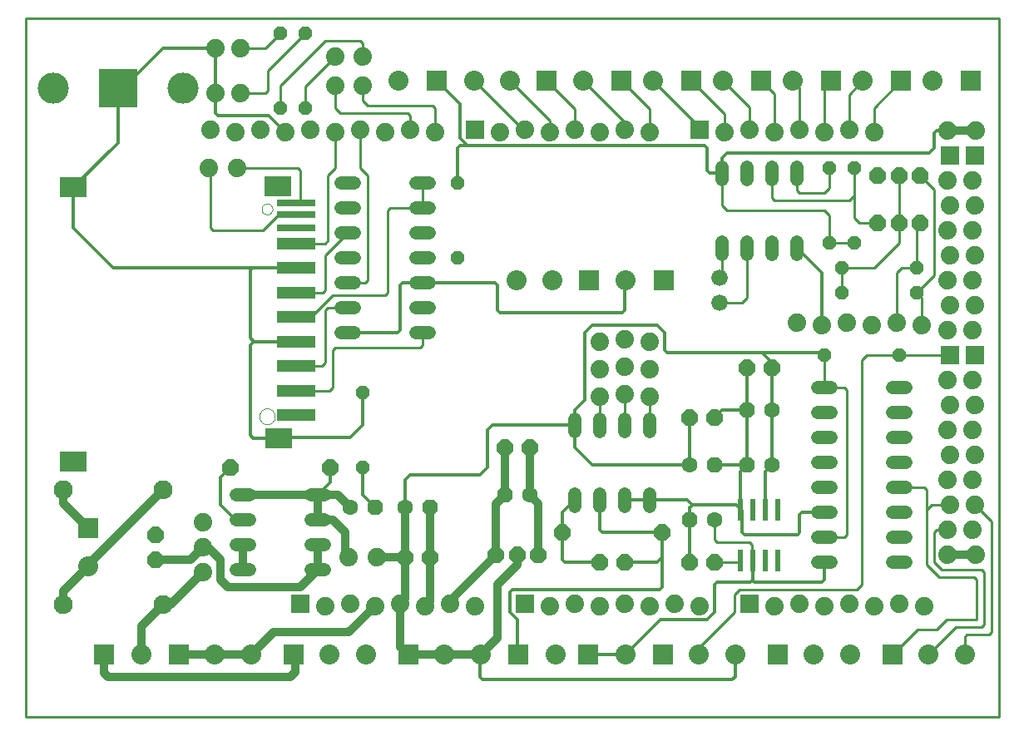
<source format=gtl>
G75*
G70*
%OFA0B0*%
%FSLAX24Y24*%
%IPPOS*%
%LPD*%
%AMOC8*
5,1,8,0,0,1.08239X$1,22.5*
%
%ADD10C,0.0100*%
%ADD11C,0.0740*%
%ADD12R,0.0740X0.0740*%
%ADD13R,0.1102X0.0787*%
%ADD14R,0.1575X0.0276*%
%ADD15R,0.1575X0.0472*%
%ADD16C,0.0000*%
%ADD17C,0.0520*%
%ADD18OC8,0.0520*%
%ADD19C,0.0660*%
%ADD20R,0.1560X0.1560*%
%ADD21C,0.1250*%
%ADD22R,0.0800X0.0800*%
%ADD23C,0.0800*%
%ADD24OC8,0.0660*%
%ADD25OC8,0.0630*%
%ADD26C,0.0630*%
%ADD27R,0.0240X0.0870*%
%ADD28C,0.0760*%
%ADD29C,0.0120*%
%ADD30C,0.0320*%
D10*
X000160Y000150D02*
X039160Y000150D01*
X039160Y028150D01*
X000160Y028150D01*
X000160Y000150D01*
X011014Y013233D02*
X012343Y013233D01*
X012460Y013350D01*
X012460Y014850D01*
X012560Y014950D01*
X015960Y014950D01*
X016060Y015050D01*
X016060Y015550D01*
X014560Y017050D02*
X014660Y017150D01*
X014660Y020450D01*
X014760Y020550D01*
X016060Y020550D01*
X016060Y021550D01*
X016560Y023600D02*
X016560Y024550D01*
X016460Y024650D01*
X013860Y024650D01*
X013660Y024850D01*
X013660Y025480D01*
X012560Y025480D02*
X012560Y024550D01*
X012760Y024350D01*
X015460Y024350D01*
X015560Y024250D01*
X015560Y023700D01*
X013560Y023700D02*
X013560Y022150D01*
X013860Y021850D01*
X013860Y017650D01*
X013760Y017550D01*
X013060Y017550D01*
X012460Y017050D02*
X014560Y017050D01*
X013060Y016550D02*
X012260Y016550D01*
X012160Y016450D01*
X012160Y014350D01*
X012028Y014218D01*
X011014Y014218D01*
X011014Y016186D02*
X011596Y016186D01*
X012460Y017050D01*
X012160Y017250D02*
X012060Y017150D01*
X011035Y017150D01*
X011014Y017170D01*
X012160Y017250D02*
X012160Y018650D01*
X013060Y019550D01*
X012260Y019250D02*
X012260Y021850D01*
X012560Y022150D01*
X012560Y023600D01*
X011360Y024550D02*
X011360Y025420D01*
X012560Y026620D01*
X012160Y027250D02*
X010360Y025450D01*
X010360Y024550D01*
X009760Y025150D02*
X008760Y025150D01*
X009760Y025150D02*
X009860Y025250D01*
X009860Y026050D01*
X011360Y027550D01*
X012160Y027250D02*
X013560Y027250D01*
X013660Y027150D01*
X013660Y026620D01*
X010360Y027550D02*
X009760Y026950D01*
X008760Y026950D01*
X008630Y022150D02*
X011060Y022150D01*
X011160Y022050D01*
X011160Y020899D01*
X011014Y020753D01*
X011014Y020281D02*
X010291Y020281D01*
X009660Y019650D01*
X007660Y019650D01*
X007560Y019750D01*
X007560Y022080D01*
X007490Y022150D01*
X011014Y019139D02*
X012149Y019139D01*
X012260Y019250D01*
X018134Y025650D02*
X020084Y023700D01*
X020160Y023700D01*
X021160Y023600D02*
X021160Y024072D01*
X019582Y025650D01*
X021030Y025650D02*
X022160Y024520D01*
X022160Y023700D01*
X022512Y025650D02*
X024160Y024002D01*
X024160Y023700D01*
X025160Y023600D02*
X025160Y024520D01*
X024030Y025650D01*
X025312Y025650D02*
X027160Y023802D01*
X027160Y023700D01*
X028160Y023600D02*
X028160Y024320D01*
X026830Y025650D01*
X028112Y025650D02*
X029160Y024602D01*
X029160Y023700D01*
X030160Y023600D02*
X030160Y025120D01*
X029630Y025650D01*
X030912Y025650D02*
X031160Y025402D01*
X031160Y023700D01*
X032160Y023600D02*
X032160Y025380D01*
X032430Y025650D01*
X033160Y025098D02*
X033712Y025650D01*
X033160Y025098D02*
X033160Y023700D01*
X034160Y023600D02*
X034160Y024580D01*
X035230Y025650D01*
X033360Y022150D02*
X033360Y021050D01*
X033360Y020150D01*
X033560Y019950D01*
X034310Y019950D01*
X035160Y019950D02*
X035160Y019150D01*
X034160Y018150D01*
X032860Y018150D01*
X032860Y017150D01*
X035060Y017950D02*
X035060Y015950D01*
X036060Y015850D02*
X036060Y016950D01*
X035860Y017150D01*
X036560Y017850D01*
X036560Y021300D01*
X036010Y021850D01*
X035160Y021850D02*
X035160Y019950D01*
X035860Y019800D02*
X036010Y019950D01*
X035860Y019800D02*
X035860Y018150D01*
X035260Y018150D01*
X035060Y017950D01*
X033360Y019150D02*
X032360Y019150D01*
X032360Y020250D01*
X032160Y020450D01*
X028260Y020450D01*
X028060Y020650D01*
X028060Y021950D01*
X030060Y021950D02*
X030060Y020950D01*
X030160Y020850D01*
X033160Y020850D01*
X033360Y021050D01*
X032360Y021350D02*
X032360Y022150D01*
X032360Y021350D02*
X032160Y021150D01*
X031160Y021150D01*
X031060Y021250D01*
X031060Y021950D01*
X029060Y018950D02*
X029060Y016950D01*
X028860Y016750D01*
X027960Y016750D01*
X027960Y017750D02*
X028060Y017850D01*
X028060Y018950D01*
X032160Y014650D02*
X032160Y013350D01*
X032960Y013350D01*
X033060Y013250D01*
X033060Y007450D01*
X032960Y007350D01*
X032160Y007350D01*
X031160Y007550D02*
X031060Y007450D01*
X029260Y007050D02*
X029260Y006470D01*
X029310Y006420D01*
X028810Y006420D02*
X028740Y006350D01*
X027760Y006350D01*
X027860Y007150D02*
X029160Y007150D01*
X029260Y007050D01*
X027860Y007150D02*
X027760Y007250D01*
X027760Y008050D01*
X028640Y008650D02*
X028810Y008480D01*
X028860Y008430D01*
X026860Y008650D02*
X026760Y008550D01*
X025160Y011850D02*
X025160Y013000D01*
X024160Y013100D02*
X024160Y011850D01*
X023160Y011850D02*
X023160Y013000D01*
X028760Y005250D02*
X033460Y005250D01*
X033660Y005450D01*
X033660Y014450D01*
X033860Y014650D01*
X035160Y014650D01*
X037210Y014650D01*
X036160Y009350D02*
X035160Y009350D01*
X036160Y009350D02*
X036260Y009250D01*
X036260Y008450D01*
X036260Y006250D01*
X036760Y005750D01*
X038160Y005750D01*
X038260Y005650D01*
X038260Y004050D01*
X037060Y004050D01*
X036660Y003650D01*
X035890Y003650D01*
X034890Y002650D01*
X036338Y002650D02*
X037438Y003750D01*
X038460Y003750D01*
X038560Y003850D01*
X038560Y005950D01*
X038460Y006050D01*
X036860Y006050D01*
X036560Y006350D01*
X036560Y007550D01*
X036660Y007650D01*
X037110Y007650D01*
X037160Y007650D01*
X036260Y008450D02*
X036460Y008650D01*
X037210Y008650D01*
X038210Y008650D02*
X038860Y008000D01*
X038860Y003550D01*
X038760Y003450D01*
X037860Y003450D01*
X037786Y003376D01*
X037786Y002650D01*
X028560Y004350D02*
X028560Y005050D01*
X028760Y005250D01*
X028560Y004350D02*
X027138Y002928D01*
X027138Y002650D01*
X019890Y002650D02*
X019860Y002680D01*
D11*
X021160Y004600D03*
X022160Y004700D03*
X023160Y004600D03*
X024160Y004700D03*
X025160Y004600D03*
X026160Y004700D03*
X027160Y004600D03*
X030160Y004600D03*
X031160Y004700D03*
X032160Y004600D03*
X033160Y004700D03*
X034160Y004600D03*
X035160Y004700D03*
X036160Y004600D03*
X037090Y006650D03*
X038230Y006650D03*
X038110Y007650D03*
X037110Y007650D03*
X037210Y008650D03*
X038210Y008650D03*
X038110Y009650D03*
X037110Y009650D03*
X037210Y010650D03*
X038210Y010650D03*
X038110Y011650D03*
X037110Y011650D03*
X037210Y012650D03*
X038210Y012650D03*
X038110Y013650D03*
X037110Y013650D03*
X037110Y015650D03*
X038110Y015650D03*
X038210Y016650D03*
X037210Y016650D03*
X036060Y015850D03*
X035060Y015950D03*
X034060Y015850D03*
X033060Y015950D03*
X032060Y015850D03*
X031060Y015950D03*
X025160Y015200D03*
X024160Y015300D03*
X023160Y015200D03*
X023160Y014100D03*
X024160Y014200D03*
X025160Y014100D03*
X024160Y013100D03*
X023160Y013000D03*
X025160Y013000D03*
X018160Y004600D03*
X017160Y004700D03*
X016160Y004600D03*
X015160Y004700D03*
X014160Y004600D03*
X013160Y004700D03*
X012160Y004600D03*
X013090Y006550D03*
X014230Y006550D03*
X007260Y006950D03*
X007260Y005950D03*
X007260Y007950D03*
X007490Y022150D03*
X008630Y022150D03*
X008560Y023600D03*
X007560Y023700D03*
X007760Y025150D03*
X008760Y025150D03*
X009560Y023700D03*
X010560Y023600D03*
X011560Y023700D03*
X012560Y023600D03*
X013560Y023700D03*
X014560Y023600D03*
X015560Y023700D03*
X016560Y023600D03*
X019160Y023600D03*
X020160Y023700D03*
X021160Y023600D03*
X022160Y023700D03*
X023160Y023600D03*
X024160Y023700D03*
X025160Y023600D03*
X028160Y023600D03*
X029160Y023700D03*
X030160Y023600D03*
X031160Y023700D03*
X032160Y023600D03*
X033160Y023700D03*
X034160Y023600D03*
X037090Y023650D03*
X038230Y023650D03*
X038110Y021650D03*
X037110Y021650D03*
X037210Y020650D03*
X038210Y020650D03*
X038110Y019650D03*
X037110Y019650D03*
X037210Y018650D03*
X038210Y018650D03*
X038110Y017650D03*
X037110Y017650D03*
X013660Y025480D03*
X012560Y025480D03*
X012560Y026620D03*
X013660Y026620D03*
X008760Y026950D03*
X007760Y026950D03*
D12*
X018160Y023700D03*
X027160Y023700D03*
X037210Y022650D03*
X038210Y022650D03*
X038210Y014650D03*
X037210Y014650D03*
X029160Y004700D03*
X020160Y004700D03*
X011160Y004700D03*
D13*
X010306Y011344D03*
X002077Y010399D03*
X002077Y021383D03*
X010266Y021422D03*
D14*
X011014Y020753D03*
X011014Y020281D03*
X011014Y019769D03*
D15*
X011014Y019139D03*
X011014Y018155D03*
X011014Y017170D03*
X011014Y016186D03*
X011014Y015202D03*
X011014Y014218D03*
X011014Y013233D03*
X011014Y012249D03*
D16*
X009518Y012210D02*
X009520Y012245D01*
X009526Y012280D01*
X009536Y012314D01*
X009549Y012347D01*
X009566Y012378D01*
X009587Y012406D01*
X009610Y012433D01*
X009637Y012456D01*
X009665Y012477D01*
X009696Y012494D01*
X009729Y012507D01*
X009763Y012517D01*
X009798Y012523D01*
X009833Y012525D01*
X009868Y012523D01*
X009903Y012517D01*
X009937Y012507D01*
X009970Y012494D01*
X010001Y012477D01*
X010029Y012456D01*
X010056Y012433D01*
X010079Y012406D01*
X010100Y012378D01*
X010117Y012347D01*
X010130Y012314D01*
X010140Y012280D01*
X010146Y012245D01*
X010148Y012210D01*
X010146Y012175D01*
X010140Y012140D01*
X010130Y012106D01*
X010117Y012073D01*
X010100Y012042D01*
X010079Y012014D01*
X010056Y011987D01*
X010029Y011964D01*
X010001Y011943D01*
X009970Y011926D01*
X009937Y011913D01*
X009903Y011903D01*
X009868Y011897D01*
X009833Y011895D01*
X009798Y011897D01*
X009763Y011903D01*
X009729Y011913D01*
X009696Y011926D01*
X009665Y011943D01*
X009637Y011964D01*
X009610Y011987D01*
X009587Y012014D01*
X009566Y012042D01*
X009549Y012073D01*
X009536Y012106D01*
X009526Y012140D01*
X009520Y012175D01*
X009518Y012210D01*
X009616Y020517D02*
X009618Y020546D01*
X009624Y020574D01*
X009633Y020602D01*
X009646Y020628D01*
X009663Y020651D01*
X009682Y020673D01*
X009704Y020692D01*
X009729Y020707D01*
X009755Y020720D01*
X009783Y020728D01*
X009811Y020733D01*
X009840Y020734D01*
X009869Y020731D01*
X009897Y020724D01*
X009924Y020714D01*
X009950Y020700D01*
X009973Y020683D01*
X009994Y020663D01*
X010012Y020640D01*
X010027Y020615D01*
X010038Y020588D01*
X010046Y020560D01*
X010050Y020531D01*
X010050Y020503D01*
X010046Y020474D01*
X010038Y020446D01*
X010027Y020419D01*
X010012Y020394D01*
X009994Y020371D01*
X009973Y020351D01*
X009950Y020334D01*
X009924Y020320D01*
X009897Y020310D01*
X009869Y020303D01*
X009840Y020300D01*
X009811Y020301D01*
X009783Y020306D01*
X009755Y020314D01*
X009729Y020327D01*
X009704Y020342D01*
X009682Y020361D01*
X009663Y020383D01*
X009646Y020406D01*
X009633Y020432D01*
X009624Y020460D01*
X009618Y020488D01*
X009616Y020517D01*
D17*
X012800Y020550D02*
X013320Y020550D01*
X013320Y019550D02*
X012800Y019550D01*
X012800Y018550D02*
X013320Y018550D01*
X013320Y017550D02*
X012800Y017550D01*
X012800Y016550D02*
X013320Y016550D01*
X013320Y015550D02*
X012800Y015550D01*
X015800Y015550D02*
X016320Y015550D01*
X016320Y016550D02*
X015800Y016550D01*
X015800Y017550D02*
X016320Y017550D01*
X016320Y018550D02*
X015800Y018550D01*
X015800Y019550D02*
X016320Y019550D01*
X016320Y020550D02*
X015800Y020550D01*
X015800Y021550D02*
X016320Y021550D01*
X013320Y021550D02*
X012800Y021550D01*
X022160Y012110D02*
X022160Y011590D01*
X023160Y011590D02*
X023160Y012110D01*
X024160Y012110D02*
X024160Y011590D01*
X025160Y011590D02*
X025160Y012110D01*
X025160Y009110D02*
X025160Y008590D01*
X024160Y008590D02*
X024160Y009110D01*
X023160Y009110D02*
X023160Y008590D01*
X022160Y008590D02*
X022160Y009110D01*
X031900Y009350D02*
X032420Y009350D01*
X032420Y008350D02*
X031900Y008350D01*
X031900Y007350D02*
X032420Y007350D01*
X032420Y006350D02*
X031900Y006350D01*
X034900Y006350D02*
X035420Y006350D01*
X035420Y007350D02*
X034900Y007350D01*
X034900Y008350D02*
X035420Y008350D01*
X035420Y009350D02*
X034900Y009350D01*
X034900Y010350D02*
X035420Y010350D01*
X035420Y011350D02*
X034900Y011350D01*
X034900Y012350D02*
X035420Y012350D01*
X035420Y013350D02*
X034900Y013350D01*
X032420Y013350D02*
X031900Y013350D01*
X031900Y012350D02*
X032420Y012350D01*
X032420Y011350D02*
X031900Y011350D01*
X031900Y010350D02*
X032420Y010350D01*
X031060Y018690D02*
X031060Y019210D01*
X030060Y019210D02*
X030060Y018690D01*
X029060Y018690D02*
X029060Y019210D01*
X028060Y019210D02*
X028060Y018690D01*
X028060Y021690D02*
X028060Y022210D01*
X029060Y022210D02*
X029060Y021690D01*
X030060Y021690D02*
X030060Y022210D01*
X031060Y022210D02*
X031060Y021690D01*
X012120Y009050D02*
X011600Y009050D01*
X011600Y008050D02*
X012120Y008050D01*
X012120Y007050D02*
X011600Y007050D01*
X011600Y006050D02*
X012120Y006050D01*
X009120Y006050D02*
X008600Y006050D01*
X008600Y007050D02*
X009120Y007050D01*
X009120Y008050D02*
X008600Y008050D01*
X008600Y009050D02*
X009120Y009050D01*
D18*
X013660Y010150D03*
X013660Y013150D03*
X017460Y018550D03*
X017460Y021550D03*
X011360Y024550D03*
X010360Y024550D03*
X010360Y027550D03*
X011360Y027550D03*
X032360Y022150D03*
X033360Y022150D03*
X033360Y019150D03*
X032360Y019150D03*
X032860Y018150D03*
X032860Y017150D03*
X032160Y014650D03*
X035160Y014650D03*
X035860Y017150D03*
X035860Y018150D03*
D19*
X027960Y017750D03*
X027960Y016750D03*
D20*
X003860Y025350D03*
D21*
X001260Y025350D03*
X006460Y025350D03*
D22*
X016630Y025650D03*
X021030Y025650D03*
X024030Y025650D03*
X026830Y025650D03*
X029630Y025650D03*
X032430Y025650D03*
X035230Y025650D03*
X038030Y025650D03*
X025730Y017650D03*
X022730Y017650D03*
X022690Y002650D03*
X019890Y002650D03*
X015490Y002650D03*
X010890Y002650D03*
X006290Y002650D03*
X003290Y002650D03*
X002660Y007720D03*
X025690Y002650D03*
X030290Y002650D03*
X034890Y002650D03*
D23*
X036338Y002650D03*
X037786Y002650D03*
X033186Y002650D03*
X031738Y002650D03*
X028586Y002650D03*
X027138Y002650D03*
X024208Y002650D03*
X021408Y002650D03*
X018386Y002650D03*
X016938Y002650D03*
X013786Y002650D03*
X012338Y002650D03*
X009186Y002650D03*
X007738Y002650D03*
X004808Y002650D03*
X002660Y006202D03*
X019834Y017650D03*
X021282Y017650D03*
X024212Y017650D03*
X025312Y025650D03*
X022512Y025650D03*
X019582Y025650D03*
X018134Y025650D03*
X015112Y025650D03*
X028112Y025650D03*
X030912Y025650D03*
X033712Y025650D03*
X036512Y025650D03*
D24*
X036010Y021850D03*
X035160Y021850D03*
X034310Y021850D03*
X034310Y019950D03*
X035160Y019950D03*
X036010Y019950D03*
X030060Y014150D03*
X029060Y014150D03*
X027760Y012150D03*
X026760Y012150D03*
X025660Y007550D03*
X026760Y006350D03*
X027760Y006350D03*
X024160Y006350D03*
X023160Y006350D03*
X021660Y007550D03*
X020710Y006650D03*
X019860Y006650D03*
X019010Y006650D03*
X016360Y006550D03*
X015360Y006550D03*
X012360Y010150D03*
X008360Y010150D03*
X005360Y007450D03*
X005360Y006450D03*
X019360Y010950D03*
X020360Y010950D03*
D25*
X019360Y009050D03*
X016360Y008550D03*
X014160Y008550D03*
X026760Y008050D03*
X027760Y010250D03*
X029060Y010250D03*
X029060Y012450D03*
D26*
X030060Y012450D03*
X030060Y010250D03*
X027760Y008050D03*
X026760Y010250D03*
X020360Y009050D03*
X015360Y008550D03*
X013160Y008550D03*
D27*
X028810Y008480D03*
X029310Y008480D03*
X029810Y008480D03*
X030310Y008480D03*
X030310Y006420D03*
X029810Y006420D03*
X029310Y006420D03*
X028810Y006420D03*
D28*
X005660Y004650D03*
X001660Y004650D03*
X001660Y009250D03*
X005660Y009250D03*
D29*
X007960Y009750D02*
X007960Y008650D01*
X008560Y008050D01*
X008860Y008050D01*
X007960Y009750D02*
X008360Y010150D01*
X009266Y011344D02*
X009160Y011450D01*
X009160Y015054D01*
X009308Y015202D01*
X009160Y015350D01*
X009160Y018050D01*
X009260Y018150D01*
X011160Y018150D01*
X011155Y018155D01*
X011014Y018155D01*
X011010Y018150D01*
X003660Y018150D01*
X002060Y019750D01*
X002060Y021366D01*
X002077Y021383D01*
X003860Y023166D01*
X003860Y025150D01*
X005660Y026950D01*
X007760Y026950D01*
X007760Y025150D01*
X007760Y024350D01*
X007860Y024250D01*
X009910Y024250D01*
X010560Y023600D01*
X016630Y025650D02*
X017560Y024720D01*
X017560Y023350D01*
X017860Y023050D01*
X017560Y023050D01*
X017460Y022950D01*
X017460Y021550D01*
X017860Y023050D02*
X027360Y023050D01*
X027460Y022950D01*
X027460Y022050D01*
X027560Y021950D01*
X028060Y021950D01*
X028060Y022550D01*
X028260Y022750D01*
X036360Y022750D01*
X036560Y022950D01*
X036560Y023550D01*
X036660Y023650D01*
X037090Y023650D01*
X032060Y017950D02*
X031060Y018950D01*
X032060Y017950D02*
X032060Y015850D01*
X032060Y014750D02*
X032160Y014650D01*
X032060Y014750D02*
X029660Y014750D01*
X030060Y014350D01*
X030060Y014150D01*
X030060Y012450D01*
X030060Y010250D01*
X029810Y010000D01*
X029810Y008480D01*
X028860Y008430D02*
X028860Y007550D01*
X028960Y007450D01*
X031060Y007450D01*
X031160Y007550D02*
X031160Y008250D01*
X031260Y008350D01*
X032160Y008350D01*
X032160Y006350D02*
X032160Y005650D01*
X032060Y005550D01*
X029360Y005550D01*
X029310Y005600D01*
X029310Y005650D01*
X029210Y005550D01*
X027860Y005550D01*
X027760Y005450D01*
X027760Y004350D01*
X027460Y004050D01*
X025608Y004050D01*
X024208Y002650D01*
X022690Y002650D01*
X019860Y002680D02*
X019860Y004050D01*
X019560Y004350D01*
X019560Y005150D01*
X019660Y005250D01*
X025560Y005250D01*
X025660Y005350D01*
X025660Y006550D01*
X025460Y006350D01*
X024160Y006350D01*
X023160Y006350D02*
X021760Y006350D01*
X021660Y006450D01*
X021660Y007550D01*
X021660Y008350D01*
X022160Y008850D01*
X023160Y008850D02*
X023160Y007650D01*
X023260Y007550D01*
X025660Y007550D01*
X025660Y006550D01*
X026760Y006350D02*
X026760Y008050D01*
X026760Y008550D01*
X026860Y008650D02*
X026660Y008850D01*
X025160Y008850D01*
X024160Y008850D01*
X022860Y010250D02*
X026760Y010250D01*
X026760Y012150D01*
X027760Y012150D02*
X028060Y012450D01*
X029060Y012450D01*
X029060Y010250D01*
X027760Y010250D01*
X028810Y010000D02*
X028810Y008480D01*
X028640Y008650D02*
X026860Y008650D01*
X028810Y010000D02*
X029060Y010250D01*
X029060Y012450D02*
X029060Y014150D01*
X029660Y014750D02*
X025860Y014750D01*
X025760Y014850D01*
X025760Y015550D01*
X025460Y015850D01*
X022860Y015850D01*
X022560Y015550D01*
X022560Y012850D01*
X022160Y012450D01*
X022160Y011850D01*
X018860Y011850D01*
X018660Y011650D01*
X018660Y010150D01*
X018360Y009850D01*
X015560Y009850D01*
X015360Y009650D01*
X015360Y008550D01*
X014160Y008550D02*
X013660Y009050D01*
X013660Y010150D01*
X012360Y010150D02*
X012360Y009550D01*
X011860Y009050D01*
X013160Y011350D02*
X010066Y011350D01*
X010060Y011344D02*
X009266Y011344D01*
X010060Y011344D02*
X010306Y011344D01*
X013160Y011350D02*
X013660Y011850D01*
X013660Y013150D01*
X011014Y015202D02*
X009308Y015202D01*
X013060Y015550D02*
X015060Y015550D01*
X015160Y015650D01*
X015160Y017450D01*
X015260Y017550D01*
X016060Y017550D01*
X018960Y017550D01*
X019060Y017450D01*
X019060Y016450D01*
X019160Y016350D01*
X024060Y016350D01*
X024160Y016450D01*
X024160Y017598D01*
X024212Y017650D01*
X022160Y011850D02*
X022160Y010950D01*
X022860Y010250D01*
X029310Y006420D02*
X029310Y005650D01*
X028586Y002650D02*
X028586Y001776D01*
X028460Y001650D01*
X018460Y001650D01*
X018360Y001750D01*
X018360Y002624D01*
X018386Y002650D01*
X003860Y025150D02*
X003860Y025350D01*
D30*
X010066Y011350D02*
X010060Y011344D01*
X008860Y009050D02*
X011660Y009050D01*
X011860Y009050D01*
X012660Y009050D01*
X013160Y008550D01*
X012460Y008050D02*
X012960Y007550D01*
X012960Y006680D01*
X013090Y006550D01*
X014230Y006550D02*
X015360Y006550D01*
X015360Y004900D01*
X015160Y004700D01*
X015160Y002980D01*
X015490Y002650D01*
X016938Y002650D01*
X018386Y002650D01*
X019060Y003324D01*
X019060Y005450D01*
X019860Y006250D01*
X019860Y006650D01*
X020710Y006650D02*
X020710Y008700D01*
X020360Y009050D01*
X020360Y010950D01*
X019360Y010950D02*
X019360Y009050D01*
X019010Y008700D01*
X019010Y006650D01*
X017160Y004800D01*
X017160Y004700D01*
X016360Y004800D02*
X016160Y004600D01*
X016360Y004800D02*
X016360Y006550D01*
X016360Y008550D01*
X015360Y008550D02*
X015360Y006550D01*
X014160Y004600D02*
X013110Y003550D01*
X010086Y003550D01*
X009186Y002650D01*
X007738Y002650D01*
X006290Y002650D01*
X004808Y002650D02*
X004808Y003798D01*
X005660Y004650D01*
X005960Y004650D01*
X007260Y005950D01*
X006760Y006450D02*
X005360Y006450D01*
X006760Y006450D02*
X007260Y006950D01*
X007460Y006950D01*
X007960Y006450D01*
X007960Y005650D01*
X008260Y005350D01*
X011160Y005350D01*
X011860Y006050D01*
X011860Y007050D01*
X011860Y008050D02*
X012460Y008050D01*
X011860Y008050D02*
X011860Y009050D01*
X008860Y007050D02*
X008860Y006050D01*
X010890Y002650D02*
X010960Y002580D01*
X010960Y001950D01*
X010760Y001750D01*
X003460Y001750D01*
X003290Y001920D01*
X003290Y002650D01*
X001660Y004650D02*
X001660Y005202D01*
X002660Y006202D01*
X002660Y006250D01*
X005660Y009250D01*
X002660Y007720D02*
X001660Y008720D01*
X001660Y009250D01*
X037090Y006650D02*
X038230Y006650D01*
X038230Y023650D02*
X037090Y023650D01*
M02*

</source>
